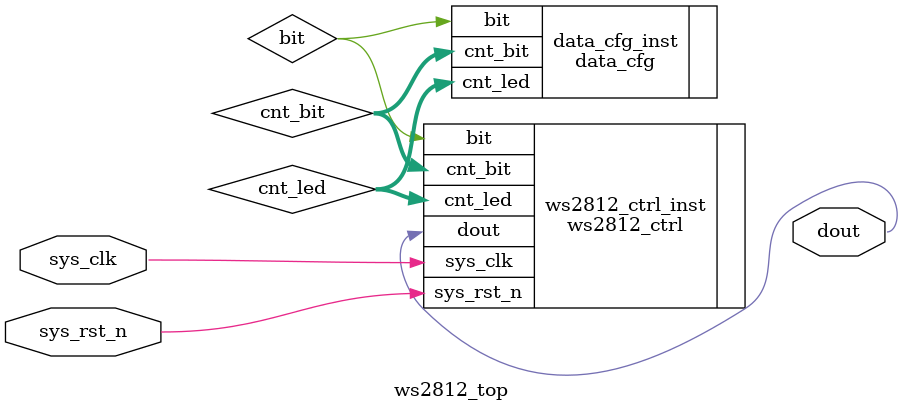
<source format=v>
module ws2812_top(
    input  wire sys_clk     ,
    input  wire sys_rst_n   ,

    output wire dout
);
wire          bit    ;
wire  [4: 0]  cnt_bit;
wire  [6: 0]  cnt_led; 

ws2812_ctrl  ws2812_ctrl_inst(
.sys_clk    (sys_clk),
.sys_rst_n  (sys_rst_n),
.bit        (bit),

.dout       (dout),
.cnt_bit    (cnt_bit),
.cnt_led    (cnt_led)       
);

data_cfg    data_cfg_inst(
.cnt_bit    (cnt_bit),
.cnt_led    (cnt_led),

.bit        (bit)  
);
endmodule 
</source>
